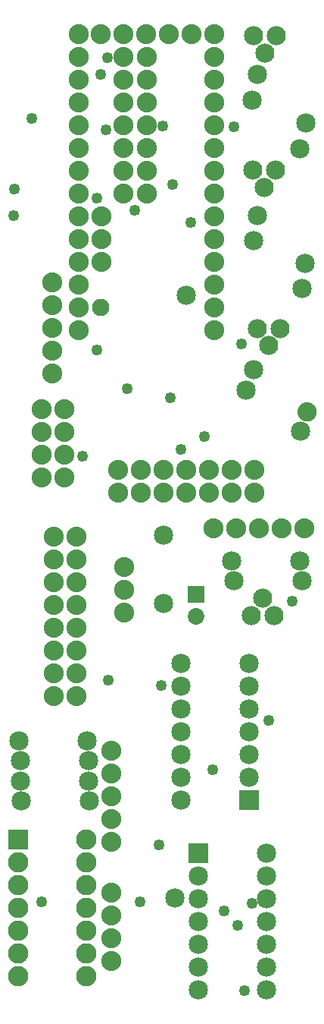
<source format=gbs>
G04 MADE WITH FRITZING*
G04 WWW.FRITZING.ORG*
G04 DOUBLE SIDED*
G04 HOLES PLATED*
G04 CONTOUR ON CENTER OF CONTOUR VECTOR*
%ASAXBY*%
%FSLAX23Y23*%
%MOIN*%
%OFA0B0*%
%SFA1.0B1.0*%
%ADD10C,0.076667*%
%ADD11C,0.085000*%
%ADD12C,0.072992*%
%ADD13C,0.088000*%
%ADD14C,0.089370*%
%ADD15C,0.084000*%
%ADD16C,0.035000*%
%ADD17C,0.049370*%
%ADD18R,0.072992X0.072992*%
%ADD19R,0.089370X0.089370*%
%ADD20R,0.085000X0.085000*%
%ADD21R,0.001000X0.001000*%
%LNMASK0*%
G90*
G70*
G54D10*
X353Y4278D03*
X353Y4178D03*
X353Y4078D03*
X353Y3978D03*
X353Y3878D03*
X353Y3778D03*
X353Y3678D03*
X353Y3578D03*
X353Y3478D03*
X353Y3378D03*
X353Y3278D03*
X353Y3178D03*
X353Y3078D03*
X353Y2978D03*
X453Y3078D03*
X953Y4278D03*
X953Y4178D03*
X953Y4078D03*
X953Y3978D03*
X953Y3878D03*
X953Y3778D03*
X953Y3678D03*
X953Y3578D03*
X953Y3478D03*
X953Y3378D03*
X953Y3278D03*
X953Y3178D03*
X953Y3078D03*
X953Y2978D03*
X453Y3378D03*
X453Y3278D03*
X453Y3478D03*
X753Y4278D03*
X853Y4278D03*
X653Y4278D03*
X453Y4278D03*
X553Y4278D03*
X353Y4278D03*
X353Y4178D03*
X353Y4078D03*
X353Y3978D03*
X353Y3878D03*
X353Y3778D03*
X353Y3678D03*
X353Y3578D03*
X353Y3478D03*
X353Y3378D03*
X353Y3278D03*
X353Y3178D03*
X353Y3078D03*
X353Y2978D03*
X453Y3078D03*
X953Y4278D03*
X953Y4178D03*
X953Y4078D03*
X953Y3978D03*
X953Y3878D03*
X953Y3778D03*
X953Y3678D03*
X953Y3578D03*
X953Y3478D03*
X953Y3378D03*
X953Y3278D03*
X953Y3178D03*
X953Y3078D03*
X953Y2978D03*
X453Y3378D03*
X453Y3278D03*
X453Y3478D03*
X753Y4278D03*
X853Y4278D03*
X653Y4278D03*
X453Y4278D03*
X553Y4278D03*
X553Y4178D03*
X553Y4178D03*
X653Y4178D03*
X653Y4178D03*
X654Y4078D03*
X654Y3978D03*
X654Y3878D03*
X654Y3778D03*
X654Y3678D03*
X654Y3578D03*
X654Y4078D03*
X654Y3978D03*
X654Y3878D03*
X654Y3778D03*
X654Y3678D03*
X654Y3578D03*
X553Y4078D03*
X553Y3978D03*
X553Y3878D03*
X553Y3778D03*
X553Y3678D03*
X553Y3578D03*
X553Y4078D03*
X553Y3978D03*
X553Y3878D03*
X553Y3778D03*
X553Y3678D03*
X553Y3578D03*
G54D11*
X727Y2078D03*
X727Y1778D03*
G54D12*
X873Y1818D03*
X873Y1720D03*
G54D13*
X556Y1938D03*
X556Y1838D03*
X556Y1738D03*
X237Y3187D03*
X237Y3087D03*
X237Y2987D03*
X237Y2887D03*
X237Y2787D03*
X528Y2263D03*
X628Y2263D03*
X728Y2263D03*
X828Y2263D03*
X928Y2263D03*
X1028Y2263D03*
X1128Y2263D03*
X528Y2263D03*
X628Y2263D03*
X728Y2263D03*
X828Y2263D03*
X928Y2263D03*
X1028Y2263D03*
X1128Y2263D03*
X1128Y2363D03*
X1028Y2363D03*
X928Y2363D03*
X828Y2363D03*
X728Y2363D03*
X628Y2363D03*
X528Y2363D03*
X245Y2069D03*
X245Y1969D03*
X245Y1869D03*
X245Y1769D03*
X245Y1669D03*
X245Y1569D03*
X245Y1469D03*
X245Y1369D03*
X245Y2069D03*
X245Y1969D03*
X245Y1869D03*
X245Y1769D03*
X245Y1669D03*
X245Y1569D03*
X245Y1469D03*
X245Y1369D03*
X345Y1369D03*
X345Y1469D03*
X345Y1569D03*
X345Y1669D03*
X345Y1769D03*
X345Y1869D03*
X345Y1969D03*
X345Y2069D03*
G54D14*
X89Y740D03*
X389Y740D03*
X89Y640D03*
X389Y640D03*
X89Y540D03*
X389Y540D03*
X89Y440D03*
X389Y440D03*
X89Y340D03*
X389Y340D03*
X89Y240D03*
X389Y240D03*
X89Y140D03*
X389Y140D03*
G54D13*
X292Y2329D03*
X292Y2429D03*
X292Y2529D03*
X292Y2629D03*
X292Y2329D03*
X292Y2429D03*
X292Y2529D03*
X292Y2629D03*
X192Y2629D03*
X192Y2529D03*
X192Y2429D03*
X192Y2329D03*
G54D15*
X1226Y4269D03*
X1176Y4194D03*
X1126Y4269D03*
X1222Y3679D03*
X1172Y3604D03*
X1122Y3679D03*
X1116Y1725D03*
X1166Y1800D03*
X1216Y1725D03*
X1242Y2985D03*
X1192Y2910D03*
X1142Y2985D03*
G54D11*
X1329Y3774D03*
X1117Y3986D03*
X1337Y3159D03*
X1124Y3371D03*
X1327Y1964D03*
X1027Y1964D03*
X1332Y2533D03*
X1093Y2715D03*
X1143Y4099D03*
X1355Y3887D03*
X1140Y3481D03*
X1352Y3269D03*
X1038Y1878D03*
X1338Y1878D03*
X1126Y2803D03*
G54D16*
X1361Y2617D03*
G54D11*
X403Y910D03*
X103Y910D03*
X399Y997D03*
X99Y997D03*
X399Y1087D03*
X99Y1087D03*
X392Y1173D03*
X92Y1173D03*
X1106Y915D03*
X806Y915D03*
X1106Y1015D03*
X806Y1015D03*
X1106Y1115D03*
X806Y1115D03*
X1106Y1215D03*
X806Y1215D03*
X1106Y1315D03*
X806Y1315D03*
X1106Y1415D03*
X806Y1415D03*
X1106Y1515D03*
X806Y1515D03*
X882Y680D03*
X1182Y680D03*
X882Y580D03*
X1182Y580D03*
X882Y480D03*
X1182Y480D03*
X882Y380D03*
X1182Y380D03*
X882Y280D03*
X1182Y280D03*
X882Y180D03*
X1182Y180D03*
X882Y80D03*
X1182Y80D03*
G54D13*
X497Y206D03*
X497Y306D03*
X497Y406D03*
X497Y506D03*
X947Y2106D03*
X1047Y2106D03*
X1147Y2106D03*
X1247Y2106D03*
X1347Y2106D03*
X497Y731D03*
X497Y831D03*
X497Y931D03*
X497Y1031D03*
X497Y1131D03*
X354Y4277D03*
X354Y4177D03*
X354Y4077D03*
X354Y3977D03*
X354Y3877D03*
X354Y3777D03*
X354Y3677D03*
X354Y3577D03*
X354Y3477D03*
X354Y3377D03*
X354Y3277D03*
X354Y3177D03*
X354Y3077D03*
X354Y2977D03*
X354Y4277D03*
X354Y4177D03*
X354Y4077D03*
X354Y3977D03*
X354Y3877D03*
X354Y3777D03*
X354Y3677D03*
X354Y3577D03*
X354Y3477D03*
X354Y3377D03*
X354Y3277D03*
X354Y3177D03*
X354Y3077D03*
X354Y2977D03*
X952Y4278D03*
X952Y4178D03*
X952Y4078D03*
X952Y3978D03*
X952Y3878D03*
X952Y3778D03*
X952Y3678D03*
X952Y3578D03*
X952Y3478D03*
X952Y3378D03*
X952Y3278D03*
X952Y3178D03*
X952Y3078D03*
X952Y2978D03*
X952Y4278D03*
X952Y4178D03*
X952Y4078D03*
X952Y3978D03*
X952Y3878D03*
X952Y3778D03*
X952Y3678D03*
X952Y3578D03*
X952Y3478D03*
X952Y3378D03*
X952Y3278D03*
X952Y3178D03*
X952Y3078D03*
X952Y2978D03*
X454Y3478D03*
X454Y3378D03*
X454Y3278D03*
X852Y4277D03*
X752Y4277D03*
X652Y4277D03*
X552Y4277D03*
X452Y4277D03*
X654Y4177D03*
X654Y4077D03*
X654Y3977D03*
X654Y3877D03*
X654Y3777D03*
X654Y3677D03*
X654Y3577D03*
X654Y4177D03*
X654Y4077D03*
X654Y3977D03*
X654Y3877D03*
X654Y3777D03*
X654Y3677D03*
X654Y3577D03*
X552Y4178D03*
X552Y4078D03*
X552Y3978D03*
X552Y3878D03*
X552Y3778D03*
X552Y3678D03*
X552Y3578D03*
X552Y4178D03*
X552Y4078D03*
X552Y3978D03*
X552Y3878D03*
X552Y3778D03*
X552Y3678D03*
X552Y3578D03*
G54D17*
X148Y3906D03*
X482Y4173D03*
X434Y3556D03*
X452Y4102D03*
X476Y3858D03*
X944Y1048D03*
X996Y427D03*
X603Y3503D03*
X804Y2453D03*
X1037Y3871D03*
X71Y3597D03*
X67Y3481D03*
X847Y3451D03*
X1056Y365D03*
X1193Y1265D03*
X709Y717D03*
X193Y466D03*
X1085Y76D03*
X1119Y461D03*
X626Y467D03*
X769Y3616D03*
X758Y2681D03*
X725Y3873D03*
X435Y2889D03*
X372Y2424D03*
X719Y1417D03*
X908Y2509D03*
X1073Y2916D03*
X1294Y1786D03*
X486Y1442D03*
X567Y2720D03*
G54D11*
X828Y3131D03*
X778Y484D03*
G54D18*
X873Y1818D03*
G54D19*
X89Y740D03*
G54D20*
X1106Y915D03*
X882Y680D03*
G54D21*
X1355Y2660D02*
X1366Y2660D01*
X1350Y2659D02*
X1371Y2659D01*
X1347Y2658D02*
X1374Y2658D01*
X1344Y2657D02*
X1377Y2657D01*
X1342Y2656D02*
X1379Y2656D01*
X1340Y2655D02*
X1381Y2655D01*
X1339Y2654D02*
X1382Y2654D01*
X1337Y2653D02*
X1384Y2653D01*
X1336Y2652D02*
X1385Y2652D01*
X1334Y2651D02*
X1387Y2651D01*
X1333Y2650D02*
X1388Y2650D01*
X1332Y2649D02*
X1389Y2649D01*
X1331Y2648D02*
X1390Y2648D01*
X1330Y2647D02*
X1391Y2647D01*
X1329Y2646D02*
X1392Y2646D01*
X1328Y2645D02*
X1393Y2645D01*
X1327Y2644D02*
X1393Y2644D01*
X1327Y2643D02*
X1394Y2643D01*
X1326Y2642D02*
X1395Y2642D01*
X1325Y2641D02*
X1396Y2641D01*
X1325Y2640D02*
X1396Y2640D01*
X1324Y2639D02*
X1397Y2639D01*
X1324Y2638D02*
X1397Y2638D01*
X1323Y2637D02*
X1398Y2637D01*
X1323Y2636D02*
X1398Y2636D01*
X1322Y2635D02*
X1399Y2635D01*
X1322Y2634D02*
X1399Y2634D01*
X1321Y2633D02*
X1400Y2633D01*
X1321Y2632D02*
X1400Y2632D01*
X1321Y2631D02*
X1400Y2631D01*
X1320Y2630D02*
X1401Y2630D01*
X1320Y2629D02*
X1401Y2629D01*
X1320Y2628D02*
X1401Y2628D01*
X1320Y2627D02*
X1401Y2627D01*
X1319Y2626D02*
X1402Y2626D01*
X1319Y2625D02*
X1402Y2625D01*
X1319Y2624D02*
X1402Y2624D01*
X1319Y2623D02*
X1402Y2623D01*
X1319Y2622D02*
X1402Y2622D01*
X1319Y2621D02*
X1402Y2621D01*
X1319Y2620D02*
X1402Y2620D01*
X1319Y2619D02*
X1402Y2619D01*
X1319Y2618D02*
X1402Y2618D01*
X1319Y2617D02*
X1402Y2617D01*
X1319Y2616D02*
X1402Y2616D01*
X1319Y2615D02*
X1402Y2615D01*
X1319Y2614D02*
X1402Y2614D01*
X1319Y2613D02*
X1402Y2613D01*
X1319Y2612D02*
X1402Y2612D01*
X1319Y2611D02*
X1402Y2611D01*
X1319Y2610D02*
X1402Y2610D01*
X1320Y2609D02*
X1401Y2609D01*
X1320Y2608D02*
X1401Y2608D01*
X1320Y2607D02*
X1401Y2607D01*
X1320Y2606D02*
X1401Y2606D01*
X1321Y2605D02*
X1400Y2605D01*
X1321Y2604D02*
X1400Y2604D01*
X1321Y2603D02*
X1400Y2603D01*
X1322Y2602D02*
X1399Y2602D01*
X1322Y2601D02*
X1399Y2601D01*
X1323Y2600D02*
X1398Y2600D01*
X1323Y2599D02*
X1398Y2599D01*
X1324Y2598D02*
X1397Y2598D01*
X1324Y2597D02*
X1397Y2597D01*
X1325Y2596D02*
X1396Y2596D01*
X1325Y2595D02*
X1396Y2595D01*
X1326Y2594D02*
X1395Y2594D01*
X1327Y2593D02*
X1394Y2593D01*
X1328Y2592D02*
X1394Y2592D01*
X1328Y2591D02*
X1393Y2591D01*
X1329Y2590D02*
X1392Y2590D01*
X1330Y2589D02*
X1391Y2589D01*
X1331Y2588D02*
X1390Y2588D01*
X1332Y2587D02*
X1389Y2587D01*
X1333Y2586D02*
X1388Y2586D01*
X1334Y2585D02*
X1387Y2585D01*
X1336Y2584D02*
X1385Y2584D01*
X1337Y2583D02*
X1384Y2583D01*
X1339Y2582D02*
X1382Y2582D01*
X1340Y2581D02*
X1381Y2581D01*
X1342Y2580D02*
X1379Y2580D01*
X1344Y2579D02*
X1377Y2579D01*
X1347Y2578D02*
X1374Y2578D01*
X1350Y2577D02*
X1371Y2577D01*
X1355Y2576D02*
X1366Y2576D01*
D02*
G04 End of Mask0*
M02*
</source>
